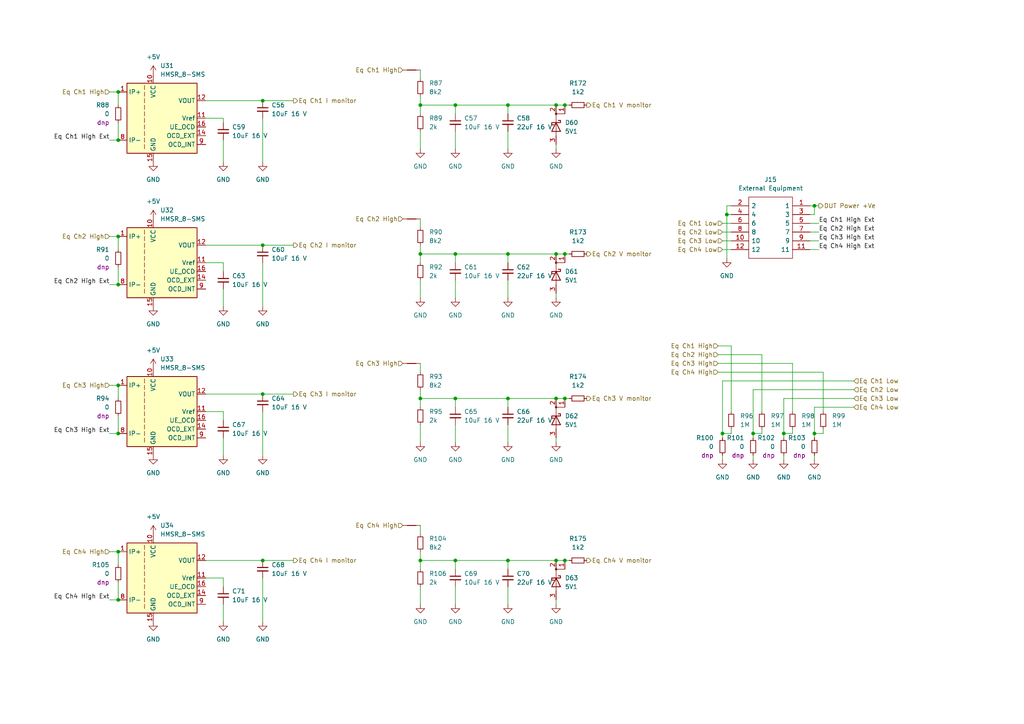
<source format=kicad_sch>
(kicad_sch (version 20211123) (generator eeschema)
  (paper "A4")
  (title_block (title "CIB PCB") (date "2022-05-27") (company "ChargePoint, Inc"))
  (junction (at 161.29 73.66))
  (junction (at 121.92 30.48))
  (junction (at 147.32 73.66))
  (junction (at 76.2 71.12))
  (junction (at 34.29 125.73))
  (junction (at 236.22 59.69))
  (junction (at 163.83 30.48))
  (junction (at 34.29 68.58))
  (junction (at 132.08 30.48))
  (junction (at 34.29 82.55))
  (junction (at 163.83 115.57))
  (junction (at 218.44 125.73))
  (junction (at 121.92 162.56))
  (junction (at 161.29 30.48))
  (junction (at 147.32 115.57))
  (junction (at 34.29 40.64))
  (junction (at 76.2 114.3))
  (junction (at 34.29 160.02))
  (junction (at 121.92 73.66))
  (junction (at 209.55 125.73))
  (junction (at 132.08 162.56))
  (junction (at 161.29 162.56))
  (junction (at 121.92 115.57))
  (junction (at 163.83 73.66))
  (junction (at 210.82 62.23))
  (junction (at 34.29 26.67))
  (junction (at 34.29 173.99))
  (junction (at 227.33 125.73))
  (junction (at 76.2 162.56))
  (junction (at 132.08 115.57))
  (junction (at 76.2 29.21))
  (junction (at 147.32 30.48))
  (junction (at 161.29 115.57))
  (junction (at 147.32 162.56))
  (junction (at 163.83 162.56))
  (junction (at 132.08 73.66))
  (junction (at 34.29 111.76))
  (junction (at 236.22 125.73))
  (wire (pts (xy 121.92 73.66) (xy 132.08 73.66)))
  (wire (pts (xy 121.92 162.56) (xy 121.92 165.1)))
  (wire (pts (xy 236.22 118.11) (xy 236.22 125.73)))
  (wire (pts (xy 229.87 124.46) (xy 229.87 125.73)))
  (wire (pts (xy 210.82 62.23) (xy 210.82 74.93)))
  (wire (pts (xy 76.2 76.2) (xy 76.2 88.9)))
  (wire (pts (xy 209.55 64.77) (xy 212.09 64.77)))
  (wire (pts (xy 147.32 170.18) (xy 147.32 175.26)))
  (wire (pts (xy 147.32 115.57) (xy 161.29 115.57)))
  (wire (pts (xy 229.87 119.38) (xy 229.87 105.41)))
  (wire (pts (xy 212.09 100.33) (xy 208.28 100.33)))
  (wire (pts (xy 64.77 40.64) (xy 64.77 46.99)))
  (wire (pts (xy 132.08 76.2) (xy 132.08 73.66)))
  (wire (pts (xy 34.29 111.76) (xy 34.29 115.57)))
  (wire (pts (xy 210.82 62.23) (xy 212.09 62.23)))
  (wire (pts (xy 234.95 72.39) (xy 237.49 72.39)))
  (wire (pts (xy 161.29 30.48) (xy 163.83 30.48)))
  (wire (pts (xy 238.76 107.95) (xy 208.28 107.95)))
  (wire (pts (xy 147.32 73.66) (xy 161.29 73.66)))
  (wire (pts (xy 132.08 118.11) (xy 132.08 115.57)))
  (wire (pts (xy 209.55 72.39) (xy 212.09 72.39)))
  (wire (pts (xy 209.55 110.49) (xy 247.65 110.49)))
  (wire (pts (xy 121.92 38.1) (xy 121.92 43.18)))
  (wire (pts (xy 34.29 77.47) (xy 34.29 82.55)))
  (wire (pts (xy 31.75 26.67) (xy 34.29 26.67)))
  (wire (pts (xy 121.92 71.12) (xy 121.92 73.66)))
  (wire (pts (xy 163.83 30.48) (xy 165.1 30.48)))
  (wire (pts (xy 76.2 71.12) (xy 85.09 71.12)))
  (wire (pts (xy 121.92 162.56) (xy 132.08 162.56)))
  (wire (pts (xy 121.92 105.41) (xy 121.92 107.95)))
  (wire (pts (xy 147.32 81.28) (xy 147.32 86.36)))
  (wire (pts (xy 31.75 125.73) (xy 34.29 125.73)))
  (wire (pts (xy 209.55 69.85) (xy 212.09 69.85)))
  (wire (pts (xy 76.2 167.64) (xy 76.2 180.34)))
  (wire (pts (xy 64.77 35.56) (xy 64.77 34.29)))
  (wire (pts (xy 227.33 132.08) (xy 227.33 133.35)))
  (wire (pts (xy 132.08 38.1) (xy 132.08 43.18)))
  (wire (pts (xy 121.92 152.4) (xy 121.92 154.94)))
  (wire (pts (xy 76.2 114.3) (xy 85.09 114.3)))
  (wire (pts (xy 59.69 71.12) (xy 76.2 71.12)))
  (wire (pts (xy 229.87 105.41) (xy 208.28 105.41)))
  (wire (pts (xy 59.69 162.56) (xy 76.2 162.56)))
  (wire (pts (xy 121.92 81.28) (xy 121.92 86.36)))
  (wire (pts (xy 31.75 111.76) (xy 34.29 111.76)))
  (wire (pts (xy 161.29 41.91) (xy 161.29 43.18)))
  (wire (pts (xy 64.77 119.38) (xy 59.69 119.38)))
  (wire (pts (xy 220.98 102.87) (xy 208.28 102.87)))
  (wire (pts (xy 234.95 64.77) (xy 237.49 64.77)))
  (wire (pts (xy 234.95 67.31) (xy 237.49 67.31)))
  (wire (pts (xy 161.29 85.09) (xy 161.29 86.36)))
  (wire (pts (xy 31.75 40.64) (xy 34.29 40.64)))
  (wire (pts (xy 209.55 125.73) (xy 209.55 127)))
  (wire (pts (xy 31.75 68.58) (xy 34.29 68.58)))
  (wire (pts (xy 132.08 73.66) (xy 147.32 73.66)))
  (wire (pts (xy 165.1 115.57) (xy 163.83 115.57)))
  (wire (pts (xy 34.29 160.02) (xy 34.29 163.83)))
  (wire (pts (xy 121.92 27.94) (xy 121.92 30.48)))
  (wire (pts (xy 218.44 113.03) (xy 218.44 125.73)))
  (wire (pts (xy 121.92 160.02) (xy 121.92 162.56)))
  (wire (pts (xy 132.08 115.57) (xy 147.32 115.57)))
  (wire (pts (xy 161.29 127) (xy 161.29 128.27)))
  (wire (pts (xy 163.83 162.56) (xy 165.1 162.56)))
  (wire (pts (xy 121.92 115.57) (xy 132.08 115.57)))
  (wire (pts (xy 236.22 118.11) (xy 247.65 118.11)))
  (wire (pts (xy 161.29 115.57) (xy 161.29 118.11)))
  (wire (pts (xy 212.09 59.69) (xy 210.82 59.69)))
  (wire (pts (xy 212.09 119.38) (xy 212.09 100.33)))
  (wire (pts (xy 64.77 121.92) (xy 64.77 119.38)))
  (wire (pts (xy 147.32 30.48) (xy 161.29 30.48)))
  (wire (pts (xy 76.2 119.38) (xy 76.2 132.08)))
  (wire (pts (xy 234.95 69.85) (xy 237.49 69.85)))
  (wire (pts (xy 220.98 124.46) (xy 220.98 125.73)))
  (wire (pts (xy 64.77 34.29) (xy 59.69 34.29)))
  (wire (pts (xy 147.32 165.1) (xy 147.32 162.56)))
  (wire (pts (xy 132.08 165.1) (xy 132.08 162.56)))
  (wire (pts (xy 147.32 76.2) (xy 147.32 73.66)))
  (wire (pts (xy 132.08 170.18) (xy 132.08 175.26)))
  (wire (pts (xy 236.22 125.73) (xy 238.76 125.73)))
  (wire (pts (xy 147.32 38.1) (xy 147.32 43.18)))
  (wire (pts (xy 212.09 124.46) (xy 212.09 125.73)))
  (wire (pts (xy 132.08 30.48) (xy 147.32 30.48)))
  (wire (pts (xy 147.32 118.11) (xy 147.32 115.57)))
  (wire (pts (xy 121.92 115.57) (xy 121.92 118.11)))
  (wire (pts (xy 218.44 132.08) (xy 218.44 133.35)))
  (wire (pts (xy 132.08 162.56) (xy 147.32 162.56)))
  (wire (pts (xy 64.77 170.18) (xy 64.77 167.64)))
  (wire (pts (xy 161.29 73.66) (xy 161.29 76.2)))
  (wire (pts (xy 64.77 167.64) (xy 59.69 167.64)))
  (wire (pts (xy 34.29 120.65) (xy 34.29 125.73)))
  (wire (pts (xy 218.44 125.73) (xy 218.44 127)))
  (wire (pts (xy 227.33 115.57) (xy 227.33 125.73)))
  (wire (pts (xy 31.75 82.55) (xy 34.29 82.55)))
  (wire (pts (xy 31.75 173.99) (xy 34.29 173.99)))
  (wire (pts (xy 34.29 35.56) (xy 34.29 40.64)))
  (wire (pts (xy 161.29 30.48) (xy 161.29 33.02)))
  (wire (pts (xy 209.55 110.49) (xy 209.55 125.73)))
  (wire (pts (xy 121.92 30.48) (xy 121.92 33.02)))
  (wire (pts (xy 59.69 29.21) (xy 76.2 29.21)))
  (wire (pts (xy 209.55 132.08) (xy 209.55 133.35)))
  (wire (pts (xy 165.1 73.66) (xy 163.83 73.66)))
  (wire (pts (xy 218.44 113.03) (xy 247.65 113.03)))
  (wire (pts (xy 147.32 123.19) (xy 147.32 128.27)))
  (wire (pts (xy 59.69 114.3) (xy 76.2 114.3)))
  (wire (pts (xy 34.29 26.67) (xy 34.29 30.48)))
  (wire (pts (xy 132.08 123.19) (xy 132.08 128.27)))
  (wire (pts (xy 236.22 59.69) (xy 237.49 59.69)))
  (wire (pts (xy 236.22 132.08) (xy 236.22 133.35)))
  (wire (pts (xy 236.22 125.73) (xy 236.22 127)))
  (wire (pts (xy 121.92 170.18) (xy 121.92 175.26)))
  (wire (pts (xy 161.29 73.66) (xy 163.83 73.66)))
  (wire (pts (xy 132.08 81.28) (xy 132.08 86.36)))
  (wire (pts (xy 76.2 162.56) (xy 85.09 162.56)))
  (wire (pts (xy 64.77 78.74) (xy 64.77 76.2)))
  (wire (pts (xy 76.2 29.21) (xy 85.09 29.21)))
  (wire (pts (xy 121.92 73.66) (xy 121.92 76.2)))
  (wire (pts (xy 210.82 59.69) (xy 210.82 62.23)))
  (wire (pts (xy 236.22 62.23) (xy 236.22 59.69)))
  (wire (pts (xy 220.98 119.38) (xy 220.98 102.87)))
  (wire (pts (xy 161.29 173.99) (xy 161.29 175.26)))
  (wire (pts (xy 132.08 33.02) (xy 132.08 30.48)))
  (wire (pts (xy 121.92 30.48) (xy 132.08 30.48)))
  (wire (pts (xy 64.77 76.2) (xy 59.69 76.2)))
  (wire (pts (xy 76.2 34.29) (xy 76.2 46.99)))
  (wire (pts (xy 212.09 125.73) (xy 209.55 125.73)))
  (wire (pts (xy 229.87 125.73) (xy 227.33 125.73)))
  (wire (pts (xy 121.92 113.03) (xy 121.92 115.57)))
  (wire (pts (xy 238.76 124.46) (xy 238.76 125.73)))
  (wire (pts (xy 121.92 63.5) (xy 121.92 66.04)))
  (wire (pts (xy 161.29 162.56) (xy 161.29 165.1)))
  (wire (pts (xy 34.29 68.58) (xy 34.29 72.39)))
  (wire (pts (xy 64.77 175.26) (xy 64.77 180.34)))
  (wire (pts (xy 121.92 20.32) (xy 121.92 22.86)))
  (wire (pts (xy 34.29 168.91) (xy 34.29 173.99)))
  (wire (pts (xy 238.76 119.38) (xy 238.76 107.95)))
  (wire (pts (xy 31.75 160.02) (xy 34.29 160.02)))
  (wire (pts (xy 121.92 123.19) (xy 121.92 128.27)))
  (wire (pts (xy 161.29 115.57) (xy 163.83 115.57)))
  (wire (pts (xy 234.95 62.23) (xy 236.22 62.23)))
  (wire (pts (xy 147.32 162.56) (xy 161.29 162.56)))
  (wire (pts (xy 147.32 33.02) (xy 147.32 30.48)))
  (wire (pts (xy 227.33 125.73) (xy 227.33 127)))
  (wire (pts (xy 234.95 59.69) (xy 236.22 59.69)))
  (wire (pts (xy 161.29 162.56) (xy 163.83 162.56)))
  (wire (pts (xy 218.44 125.73) (xy 220.98 125.73)))
  (wire (pts (xy 64.77 127) (xy 64.77 132.08)))
  (wire (pts (xy 227.33 115.57) (xy 247.65 115.57)))
  (wire (pts (xy 64.77 83.82) (xy 64.77 88.9)))
  (wire (pts (xy 209.55 67.31) (xy 212.09 67.31)))
  (label "Eq Ch1 High Ext" (at 31.75 40.64 180))
  (label "Eq Ch3 High Ext" (at 237.49 69.85 0))
  (label "Eq Ch2 High Ext" (at 31.75 82.55 180))
  (label "Eq Ch3 High Ext" (at 31.75 125.73 180))
  (label "Eq Ch4 High Ext" (at 31.75 173.99 180))
  (label "Eq Ch1 High Ext" (at 237.49 64.77 0))
  (label "Eq Ch4 High Ext" (at 237.49 72.39 0))
  (label "Eq Ch2 High Ext" (at 237.49 67.31 0))
  (hierarchical_label "Eq Ch4 High" (shape input) (at 208.28 107.95 180))
  (hierarchical_label "Eq Ch4 Low" (shape input) (at 209.55 72.39 180))
  (hierarchical_label "Eq Ch3 High" (shape input) (at 208.28 105.41 180))
  (hierarchical_label "Eq Ch3 V monitor" (shape output) (at 170.18 115.57 0))
  (hierarchical_label "Eq Ch2 High" (shape input) (at 116.84 63.5 180))
  (hierarchical_label "Eq Ch4 High" (shape input) (at 116.84 152.4 180))
  (hierarchical_label "Eq Ch1 High" (shape input) (at 208.28 100.33 180))
  (hierarchical_label "Eq Ch1 High" (shape input) (at 31.75 26.67 180))
  (hierarchical_label "Eq Ch4 High" (shape input) (at 31.75 160.02 180))
  (hierarchical_label "Eq Ch2 Low" (shape input) (at 209.55 67.31 180))
  (hierarchical_label "Eq Ch2 V monitor" (shape output) (at 170.18 73.66 0))
  (hierarchical_label "Eq Ch1 Low" (shape input) (at 247.65 110.49 0))
  (hierarchical_label "Eq Ch3 Low" (shape input) (at 209.55 69.85 180))
  (hierarchical_label "Eq Ch1 V monitor" (shape output) (at 170.18 30.48 0))
  (hierarchical_label "Eq Ch3 High" (shape input) (at 116.84 105.41 180))
  (hierarchical_label "Eq Ch1 I monitor" (shape output) (at 85.09 29.21 0))
  (hierarchical_label "Eq Ch4 I monitor" (shape output) (at 85.09 162.56 0))
  (hierarchical_label "Eq Ch3 Low" (shape input) (at 247.65 115.57 0))
  (hierarchical_label "Eq Ch4 V monitor" (shape output) (at 170.18 162.56 0))
  (hierarchical_label "Eq Ch2 High" (shape input) (at 31.75 68.58 180))
  (hierarchical_label "Eq Ch1 Low" (shape input) (at 209.55 64.77 180))
  (hierarchical_label "Eq Ch2 High" (shape input) (at 208.28 102.87 180))
  (hierarchical_label "Eq Ch3 I monitor" (shape output) (at 85.09 114.3 0))
  (hierarchical_label "Eq Ch2 I monitor" (shape output) (at 85.09 71.12 0))
  (hierarchical_label "Eq Ch1 High" (shape input) (at 116.84 20.32 180))
  (hierarchical_label "Eq Ch3 High" (shape input) (at 31.75 111.76 180))
  (hierarchical_label "DUT Power +Ve" (shape output) (at 237.49 59.69 0))
  (hierarchical_label "Eq Ch2 Low" (shape input) (at 247.65 113.03 0))
  (hierarchical_label "Eq Ch4 Low" (shape input) (at 247.65 118.11 0))
  (symbol (lib_id "Device:R_Small") (at 34.29 118.11 180) (unit 1)
    (property "Reference" "R94" (at 31.75 115.5699 0) (effects (justify left)))
    (property "Value" "0" (at 31.75 118.1099 0) (effects (justify left)))
    (property "Footprint" "Resistor_SMD:R_2010_5025Metric_Pad1.40x2.65mm_HandSolder" (effects hide))
    (property "Datasheet" "https://www.yageo.com/upload/media/product/productsearch/datasheet/rchip/PYu-RC_Group_51_RoHS_L_11.pdf" (effects hide))
    (property "Manufacturer" "Yago" (effects hide))
    (property "dnp" "dnp" (at 31.75 120.6499 0) (effects (justify left)))
    (property "DigiKey #" "13-RC1206JR-7W0RLCT-ND" (effects hide))
    (property "Manufacturer #" "RC1206JR-7W0RL" (effects hide))
    (property "Description" "0 Ohms Jumper 0.5W, 1/2W Chip Resistor 1206 (3216 Metric) Moisture Resistant Thick Film" (effects hide))
    (property "DigiKey Price/Stock" "https://www.digikey.co.uk/en/products/detail/yageo/RC1206JR-7W0RL/12698846" (effects hide))
  )
  (symbol (lib_id "Device:R_Small") (at 218.44 129.54 180) (unit 1)
    (property "Reference" "R101" (at 215.9 126.9999 0) (effects (justify left)))
    (property "Value" "0" (at 215.9 129.5399 0) (effects (justify left)))
    (property "Footprint" "Resistor_SMD:R_2010_5025Metric_Pad1.40x2.65mm_HandSolder" (effects hide))
    (property "Datasheet" "https://www.yageo.com/upload/media/product/productsearch/datasheet/rchip/PYu-RC_Group_51_RoHS_L_11.pdf" (effects hide))
    (property "Manufacturer" "Yago" (effects hide))
    (property "DigiKey #" "13-RC1206JR-7W0RLCT-ND" (effects hide))
    (property "Manufacturer #" "RC1206JR-7W0RL" (effects hide))
    (property "dnp" "dnp" (at 215.9 132.0799 0) (effects (justify left)))
    (property "Description" "0 Ohms Jumper 0.5W, 1/2W Chip Resistor 1206 (3216 Metric) Moisture Resistant Thick Film" (effects hide))
    (property "DigiKey Price/Stock" "https://www.digikey.co.uk/en/products/detail/yageo/RC1206JR-7W0RL/12698846" (effects hide))
  )
  (symbol (lib_id "Device:R_Small") (at 121.92 68.58 0) (unit 1)
    (property "Reference" "R90" (at 124.46 67.3099 0) (effects (justify left)))
    (property "Value" "8k2" (at 124.46 69.8499 0) (effects (justify left)))
    (property "Footprint" "Resistor_SMD:R_1206_3216Metric_Pad1.30x1.75mm_HandSolder" (effects hide))
    (property "Datasheet" "https://industrial.panasonic.com/ww/products/pt/general-purpose-chip-resistors/models/ERJ6GEYJ681V" (effects hide))
    (property "DigiKey #" "P8.2KACT-ND" (effects hide))
    (property "Manufacturer #" "ERJ-6GEYJ822V" (effects hide))
    (property "Manufacturer" "Panasonic Electronics Company" (effects hide))
    (property "Farnell #" "2797374" (effects hide))
  )
  (symbol (lib_id "Device:R_Small") (at 209.55 129.54 180) (unit 1)
    (property "Reference" "R100" (at 207.01 126.9999 0) (effects (justify left)))
    (property "Value" "0" (at 207.01 129.5399 0) (effects (justify left)))
    (property "Footprint" "Resistor_SMD:R_2010_5025Metric_Pad1.40x2.65mm_HandSolder" (effects hide))
    (property "Datasheet" "https://www.yageo.com/upload/media/product/productsearch/datasheet/rchip/PYu-RC_Group_51_RoHS_L_11.pdf" (effects hide))
    (property "Manufacturer" "Yago" (effects hide))
    (property "DigiKey #" "13-RC1206JR-7W0RLCT-ND" (effects hide))
    (property "Manufacturer #" "RC1206JR-7W0RL" (effects hide))
    (property "dnp" "dnp" (at 207.01 132.0799 0) (effects (justify left)))
    (property "Description" "0 Ohms Jumper 0.5W, 1/2W Chip Resistor 1206 (3216 Metric) Moisture Resistant Thick Film" (effects hide))
    (property "DigiKey Price/Stock" "https://www.digikey.co.uk/en/products/detail/yageo/RC1206JR-7W0RL/12698846" (effects hide))
  )
  (symbol (lib_id "power:GND") (at 132.08 128.27 0) (unit 1)
    (property "Reference" "#PWR0273" (effects hide))
    (property "Value" "GND" (at 132.08 133.35 0))
  )
  (symbol (lib_id "power:GND") (at 64.77 180.34 0) (unit 1)
    (property "Reference" "#PWR0289" (effects hide))
    (property "Value" "GND" (at 64.77 185.42 0))
  )
  (symbol (lib_id "Device:NetTie_2") (at 119.38 20.32 0) (unit 1)
    (property "Reference" "NT10" (effects hide))
    (property "Value" "NetTie_2" (effects hide))
    (property "Footprint" "NetTie:NetTie-2_SMD_Pad0.5mm" (effects hide))
    (property "dnp" "dnp" (effects hide))
  )
  (symbol (lib_id "Device:C_Small") (at 64.77 172.72 0) (unit 1)
    (property "Reference" "C71" (at 67.31 171.4562 0) (effects (justify left)))
    (property "Value" "10uF 16 V" (at 67.31 173.9962 0) (effects (justify left)))
    (property "Footprint" "Capacitor_SMD:C_1206_3216Metric_Pad1.33x1.80mm_HandSolder" (effects hide))
    (property "Datasheet" "https://media.digikey.com/pdf/Data%20Sheets/Samsung%20PDFs/CL31B106KOHNNNE_Spec.pdf" (effects hide))
    (property "Manufacturer #" "CL31A106KOHNNNE" (effects hide))
    (property "DigiKey #" "1276-1137-1-ND" (effects hide))
    (property "Manufacturer" "Samsung Electro-Mechanics" (effects hide))
    (property "Description" "10 µF ±10% 16V Ceramic Capacitor X5R 1206 (3216 Metric)" (effects hide))
    (property "DigiKey Price/Stock" "https://www.digikey.co.uk/en/products/detail/samsung-electro-mechanics/CL31A106KOHNNNE/3886795?s=N4IgTCBcDaIIxgOwDYC0c4GZHtQOQBEQBdAXyA" (effects hide))
    (property "Height" "2" (effects hide))
  )
  (symbol (lib_id "power:GND") (at 44.45 180.34 0) (unit 1)
    (property "Reference" "#PWR0288" (effects hide))
    (property "Value" "GND" (at 44.45 185.42 0))
  )
  (symbol (lib_id "Device:R_Small") (at 229.87 121.92 180) (unit 1)
    (property "Reference" "R98" (at 232.41 120.6499 0) (effects (justify right)))
    (property "Value" "1M" (at 232.41 123.1899 0) (effects (justify right)))
    (property "Footprint" "Resistor_SMD:R_2010_5025Metric_Pad1.40x2.65mm_HandSolder" (effects hide))
    (property "Datasheet" "https://4donline.ihs.com/images/VipMasterIC/IC/TYEL/TYEL-S-A0005460475/TYEL-S-A0005460475-1.pdf?hkey=52A5661711E402568146F3353EA87419" (effects hide))
    (property "Farnell #" "2861314" (effects hide))
    (property "Manufacturer" "TE Connectivity" (effects hide))
    (property "Manufacturer #" "CRGP2010F1M0" (effects hide))
  )
  (symbol (lib_id "power:+5V") (at 44.45 63.5 0) (unit 1)
    (property "Reference" "#PWR0262" (effects hide))
    (property "Value" "+5V" (at 44.45 58.42 0))
  )
  (symbol (lib_id "power:GND") (at 161.29 86.36 0) (unit 1)
    (property "Reference" "#PWR0267" (effects hide))
    (property "Value" "GND" (at 161.29 91.44 0))
  )
  (symbol (lib_id "Device:C_Small") (at 132.08 167.64 0) (unit 1)
    (property "Reference" "C69" (at 134.62 166.3762 0) (effects (justify left)))
    (property "Value" "10uF 16 V" (at 134.62 168.9162 0) (effects (justify left)))
    (property "Footprint" "Capacitor_SMD:C_1206_3216Metric_Pad1.33x1.80mm_HandSolder" (effects hide))
    (property "Datasheet" "https://media.digikey.com/pdf/Data%20Sheets/Samsung%20PDFs/CL31B106KOHNNNE_Spec.pdf" (effects hide))
    (property "Manufacturer #" "CL31A106KOHNNNE" (effects hide))
    (property "DigiKey #" "1276-1137-1-ND" (effects hide))
    (property "Manufacturer" "Samsung Electro-Mechanics" (effects hide))
    (property "Description" "10 µF ±10% 16V Ceramic Capacitor X5R 1206 (3216 Metric)" (effects hide))
    (property "DigiKey Price/Stock" "https://www.digikey.co.uk/en/products/detail/samsung-electro-mechanics/CL31A106KOHNNNE/3886795?s=N4IgTCBcDaIIxgOwDYC0c4GZHtQOQBEQBdAXyA" (effects hide))
    (property "Height" "2" (effects hide))
  )
  (symbol (lib_id "Device:NetTie_2") (at 119.38 152.4 0) (unit 1)
    (property "Reference" "NT13" (effects hide))
    (property "Value" "NetTie_2" (effects hide))
    (property "Footprint" "NetTie:NetTie-2_SMD_Pad0.5mm" (effects hide))
    (property "dnp" "dnp" (effects hide))
  )
  (symbol (lib_id "power:GND") (at 76.2 180.34 0) (unit 1)
    (property "Reference" "#PWR0290" (effects hide))
    (property "Value" "GND" (at 76.2 185.42 0))
  )
  (symbol (lib_id "Device:NetTie_2") (at 119.38 63.5 0) (unit 1)
    (property "Reference" "NT11" (effects hide))
    (property "Value" "NetTie_2" (effects hide))
    (property "Footprint" "NetTie:NetTie-2_SMD_Pad0.5mm" (effects hide))
    (property "dnp" "dnp" (effects hide))
  )
  (symbol (lib_id "Device:R_Small") (at 121.92 35.56 0) (unit 1)
    (property "Reference" "R89" (at 124.46 34.2899 0) (effects (justify left)))
    (property "Value" "2k" (at 124.46 36.8299 0) (effects (justify left)))
    (property "Footprint" "Resistor_SMD:R_1206_3216Metric_Pad1.30x1.75mm_HandSolder" (effects hide))
    (property "Datasheet" "https://industrial.panasonic.com/ww/products/pt/general-purpose-chip-resistors/models/ERJ6GEYJ681V" (effects hide))
    (property "DigiKey #" "P2.0KACT-ND" (effects hide))
    (property "Manufacturer #" "ERJ-6GEYJ202V" (effects hide))
    (property "Manufacturer" "Panasonic Electronics Company" (effects hide))
    (property "Farnell #" "2057707" (effects hide))
  )
  (symbol (lib_id "power:GND") (at 161.29 43.18 0) (unit 1)
    (property "Reference" "#PWR0258" (effects hide))
    (property "Value" "GND" (at 161.29 48.26 0))
  )
  (symbol (lib_id "Device:C_Small") (at 76.2 31.75 0) (unit 1)
    (property "Reference" "C56" (at 78.74 30.4862 0) (effects (justify left)))
    (property "Value" "10uF 16 V" (at 78.74 33.0262 0) (effects (justify left)))
    (property "Footprint" "Capacitor_SMD:C_1206_3216Metric_Pad1.33x1.80mm_HandSolder" (effects hide))
    (property "Datasheet" "https://media.digikey.com/pdf/Data%20Sheets/Samsung%20PDFs/CL31B106KOHNNNE_Spec.pdf" (effects hide))
    (property "Manufacturer #" "CL31A106KOHNNNE" (effects hide))
    (property "DigiKey #" "1276-1137-1-ND" (effects hide))
    (property "Manufacturer" "Samsung Electro-Mechanics" (effects hide))
    (property "Description" "10 µF ±10% 16V Ceramic Capacitor X5R 1206 (3216 Metric)" (effects hide))
    (property "DigiKey Price/Stock" "https://www.digikey.co.uk/en/products/detail/samsung-electro-mechanics/CL31A106KOHNNNE/3886795?s=N4IgTCBcDaIIxgOwDYC0c4GZHtQOQBEQBdAXyA" (effects hide))
    (property "Height" "2" (effects hide))
  )
  (symbol (lib_id "Device:D_Schottky_KKA") (at 161.29 168.91 270) (unit 1)
    (property "Reference" "D63" (at 163.83 167.6399 90) (effects (justify left)))
    (property "Value" "5V1" (at 163.83 170.1799 90) (effects (justify left)))
    (property "Footprint" "Package_TO_SOT_SMD:SOT-23_Handsoldering" (effects hide))
    (property "Datasheet" "https://www.onsemi.com/pdf/datasheet/bzx84c2v4lt1-d.pdf" (effects hide))
    (property "DigiKey #" "BZX84C5V1LT3GOSCT-ND" (effects hide))
    (property "Manufacturer" "Onsemi" (effects hide))
    (property "Manufacturer #" "BZX84C5V1LT3G" (effects hide))
    (property "Description" "Zener Diode 5.1 V 225 mW ±6% Surface Mount SOT-23-3 (TO-236)" (effects hide))
    (property "DigiKey Price/Stock" "https://www.digikey.co.uk/en/products/detail/onsemi/BZX84C5V1LT3G/1476354?s=N4IgTCBcDaIEIC0AaAOALAYQKwDUCMAMgCoDMA4gPIDKGRAtAHIAiIAugL5A" (effects hide))
    (property "Height" "2" (effects hide))
  )
  (symbol (lib_id "Device:C_Small") (at 64.77 38.1 0) (unit 1)
    (property "Reference" "C59" (at 67.31 36.8362 0) (effects (justify left)))
    (property "Value" "10uF 16 V" (at 67.31 39.3762 0) (effects (justify left)))
    (property "Footprint" "Capacitor_SMD:C_1206_3216Metric_Pad1.33x1.80mm_HandSolder" (effects hide))
    (property "Datasheet" "https://media.digikey.com/pdf/Data%20Sheets/Samsung%20PDFs/CL31B106KOHNNNE_Spec.pdf" (effects hide))
    (property "Manufacturer #" "CL31A106KOHNNNE" (effects hide))
    (property "DigiKey #" "1276-1137-1-ND" (effects hide))
    (property "Manufacturer" "Samsung Electro-Mechanics" (effects hide))
    (property "Description" "10 µF ±10% 16V Ceramic Capacitor X5R 1206 (3216 Metric)" (effects hide))
    (property "DigiKey Price/Stock" "https://www.digikey.co.uk/en/products/detail/samsung-electro-mechanics/CL31A106KOHNNNE/3886795?s=N4IgTCBcDaIIxgOwDYC0c4GZHtQOQBEQBdAXyA" (effects hide))
    (property "Height" "2" (effects hide))
  )
  (symbol (lib_id "power:+5V") (at 44.45 106.68 0) (unit 1)
    (property "Reference" "#PWR0271" (effects hide))
    (property "Value" "+5V" (at 44.45 101.6 0))
  )
  (symbol (lib_id "Device:R_Small") (at 121.92 167.64 0) (unit 1)
    (property "Reference" "R106" (at 124.46 166.3699 0) (effects (justify left)))
    (property "Value" "2k" (at 124.46 168.9099 0) (effects (justify left)))
    (property "Footprint" "Resistor_SMD:R_1206_3216Metric_Pad1.30x1.75mm_HandSolder" (effects hide))
    (property "Datasheet" "https://industrial.panasonic.com/ww/products/pt/general-purpose-chip-resistors/models/ERJ6GEYJ681V" (effects hide))
    (property "DigiKey #" "P2.0KACT-ND" (effects hide))
    (property "Manufacturer #" "ERJ-6GEYJ202V" (effects hide))
    (property "Manufacturer" "Panasonic Electronics Company" (effects hide))
    (property "Farnell #" "2057707" (effects hide))
  )
  (symbol (lib_id "power:GND") (at 147.32 86.36 0) (unit 1)
    (property "Reference" "#PWR0266" (effects hide))
    (property "Value" "GND" (at 147.32 91.44 0))
  )
  (symbol (lib_id "Device:R_Small") (at 121.92 78.74 0) (unit 1)
    (property "Reference" "R92" (at 124.46 77.4699 0) (effects (justify left)))
    (property "Value" "2k" (at 124.46 80.0099 0) (effects (justify left)))
    (property "Footprint" "Resistor_SMD:R_1206_3216Metric_Pad1.30x1.75mm_HandSolder" (effects hide))
    (property "Datasheet" "https://industrial.panasonic.com/ww/products/pt/general-purpose-chip-resistors/models/ERJ6GEYJ681V" (effects hide))
    (property "DigiKey #" "P2.0KACT-ND" (effects hide))
    (property "Manufacturer #" "ERJ-6GEYJ202V" (effects hide))
    (property "Manufacturer" "Panasonic Electronics Company" (effects hide))
    (property "Farnell #" "2057707" (effects hide))
  )
  (symbol (lib_id "Device:C_Small") (at 64.77 81.28 0) (unit 1)
    (property "Reference" "C63" (at 67.31 80.0162 0) (effects (justify left)))
    (property "Value" "10uF 16 V" (at 67.31 82.5562 0) (effects (justify left)))
    (property "Footprint" "Capacitor_SMD:C_1206_3216Metric_Pad1.33x1.80mm_HandSolder" (effects hide))
    (property "Datasheet" "https://media.digikey.com/pdf/Data%20Sheets/Samsung%20PDFs/CL31B106KOHNNNE_Spec.pdf" (effects hide))
    (property "Manufacturer #" "CL31A106KOHNNNE" (effects hide))
    (property "DigiKey #" "1276-1137-1-ND" (effects hide))
    (property "Manufacturer" "Samsung Electro-Mechanics" (effects hide))
    (property "Description" "10 µF ±10% 16V Ceramic Capacitor X5R 1206 (3216 Metric)" (effects hide))
    (property "DigiKey Price/Stock" "https://www.digikey.co.uk/en/products/detail/samsung-electro-mechanics/CL31A106KOHNNNE/3886795?s=N4IgTCBcDaIIxgOwDYC0c4GZHtQOQBEQBdAXyA" (effects hide))
    (property "Height" "2" (effects hide))
  )
  (symbol (lib_id "Device:R_Small") (at 34.29 33.02 180) (unit 1)
    (property "Reference" "R88" (at 31.75 30.4799 0) (effects (justify left)))
    (property "Value" "0" (at 31.75 33.0199 0) (effects (justify left)))
    (property "Footprint" "Resistor_SMD:R_2010_5025Metric_Pad1.40x2.65mm_HandSolder" (effects hide))
    (property "Datasheet" "https://www.yageo.com/upload/media/product/productsearch/datasheet/rchip/PYu-RC_Group_51_RoHS_L_11.pdf" (effects hide))
    (property "Manufacturer" "Yago" (effects hide))
    (property "dnp" "dnp" (at 31.75 35.5599 0) (effects (justify left)))
    (property "DigiKey #" "13-RC1206JR-7W0RLCT-ND" (effects hide))
    (property "Manufacturer #" "RC1206JR-7W0RL" (effects hide))
    (property "Description" "0 Ohms Jumper 0.5W, 1/2W Chip Resistor 1206 (3216 Metric) Moisture Resistant Thick Film" (effects hide))
    (property "DigiKey Price/Stock" "https://www.digikey.co.uk/en/products/detail/yageo/RC1206JR-7W0RL/12698846" (effects hide))
  )
  (symbol (lib_id "Component Search Engine:Pluggable Terminal Blocks SDC 2,5{slash}12-PV-5,0 0-ZB") (at 212.09 59.69 0) (unit 1)
    (property "Reference" "J15" (at 223.52 52.07 0))
    (property "Value" "External Equipment" (at 223.52 54.61 0))
    (property "Footprint" "Component Search Engine:Pluggable Terminal Blocks SDC 2.5mm pitch 12 Pin" (effects hide))
    (property "Datasheet" "https://www.phoenixcontact.com/online/portal/us/?uri=pxc-oc-itemdetail:pid=1864134&library=usen&pcck=P-11-02-11&tab=1&selectedCategory=ALL" (effects hide))
    (property "Description" "PCB direct plug, nominal cross section: 2.5 mm, color: green, nominal current: 12 A, rated voltage (III/2): 320 V, contact surface: Tin, Number of potentials: 12, Number of rows: 1, Number of positions per row: 12, number of connections: 12, product range: SDC 2,5/..-PV, pitch: 5 mm, connection method: Push-in spring connection, mounting: SKEDD - Direct plug-in technology, conductor/PCB connection direction: 90 ?, pin layout: Zigzag pinning W, solder pin [P]: 4.7 mm, Stecksystem: SKEDD, Locking: Snap-in lo" (effects hide))
    (property "Height" "16" (effects hide))
    (property "Mouser Price/Stock" "https://www.mouser.co.uk/ProductDetail/Phoenix-Contact/1864134?qs=k%252BwXAfPrzCmVYT8Zg0WKYg%3D%3D" (effects hide))
    (property "Arrow Part Number" "1864134" (effects hide))
    (property "Arrow Price/Stock" "https://www.arrow.com/en/products/1864134/phoenix-contact" (effects hide))
    (property "Manufacturer" "Phoenix Contact" (effects hide))
    (property "Manufacturer #" "1864134" (effects hide))
    (property "Mouser #" "651-1864134" (effects hide))
  )
  (symbol (lib_id "power:GND") (at 121.92 86.36 0) (unit 1)
    (property "Reference" "#PWR0264" (effects hide))
    (property "Value" "GND" (at 121.92 91.44 0))
  )
  (symbol (lib_id "Device:R_Small") (at 167.64 30.48 90) (unit 1)
    (property "Reference" "R172" (at 167.64 24.13 90))
    (property "Value" "1k2" (at 167.64 26.67 90))
    (property "Footprint" "Resistor_SMD:R_1206_3216Metric_Pad1.30x1.75mm_HandSolder" (effects hide))
    (property "Datasheet" "https://industrial.panasonic.com/ww/products/pt/general-purpose-chip-resistors/models/ERJ6GEYJ681V" (effects hide))
    (property "DigiKey #" "P2.0KACT-ND" (effects hide))
    (property "Manufacturer #" "ERJ-6GEYJ202V" (effects hide))
    (property "Manufacturer" "Panasonic Electronics Company" (effects hide))
    (property "Farnell #" "2057707" (effects hide))
  )
  (symbol (lib_id "power:GND") (at 44.45 46.99 0) (unit 1)
    (property "Reference" "#PWR0259" (effects hide))
    (property "Value" "GND" (at 44.45 52.07 0))
  )
  (symbol (lib_id "Device:C_Small") (at 132.08 35.56 0) (unit 1)
    (property "Reference" "C57" (at 134.62 34.2962 0) (effects (justify left)))
    (property "Value" "10uF 16 V" (at 134.62 36.8362 0) (effects (justify left)))
    (property "Footprint" "Capacitor_SMD:C_1206_3216Metric_Pad1.33x1.80mm_HandSolder" (effects hide))
    (property "Datasheet" "https://media.digikey.com/pdf/Data%20Sheets/Samsung%20PDFs/CL31B106KOHNNNE_Spec.pdf" (effects hide))
    (property "Manufacturer #" "CL31A106KOHNNNE" (effects hide))
    (property "DigiKey #" "1276-1137-1-ND" (effects hide))
    (property "Manufacturer" "Samsung Electro-Mechanics" (effects hide))
    (property "Description" "10 µF ±10% 16V Ceramic Capacitor X5R 1206 (3216 Metric)" (effects hide))
    (property "DigiKey Price/Stock" "https://www.digikey.co.uk/en/products/detail/samsung-electro-mechanics/CL31A106KOHNNNE/3886795?s=N4IgTCBcDaIIxgOwDYC0c4GZHtQOQBEQBdAXyA" (effects hide))
    (property "Height" "2" (effects hide))
  )
  (symbol (lib_id "Device:R_Small") (at 121.92 110.49 0) (unit 1)
    (property "Reference" "R93" (at 124.46 109.2199 0) (effects (justify left)))
    (property "Value" "8k2" (at 124.46 111.7599 0) (effects (justify left)))
    (property "Footprint" "Resistor_SMD:R_1206_3216Metric_Pad1.30x1.75mm_HandSolder" (effects hide))
    (property "Datasheet" "https://industrial.panasonic.com/ww/products/pt/general-purpose-chip-resistors/models/ERJ6GEYJ681V" (effects hide))
    (property "DigiKey #" "P8.2KACT-ND" (effects hide))
    (property "Manufacturer #" "ERJ-6GEYJ822V" (effects hide))
    (property "Manufacturer" "Panasonic Electronics Company" (effects hide))
    (property "Farnell #" "2797374" (effects hide))
  )
  (symbol (lib_id "Device:R_Small") (at 121.92 120.65 0) (unit 1)
    (property "Reference" "R95" (at 124.46 119.3799 0) (effects (justify left)))
    (property "Value" "2k" (at 124.46 121.9199 0) (effects (justify left)))
    (property "Footprint" "Resistor_SMD:R_1206_3216Metric_Pad1.30x1.75mm_HandSolder" (effects hide))
    (property "Datasheet" "https://industrial.panasonic.com/ww/products/pt/general-purpose-chip-resistors/models/ERJ6GEYJ681V" (effects hide))
    (property "DigiKey #" "P2.0KACT-ND" (effects hide))
    (property "Manufacturer #" "ERJ-6GEYJ202V" (effects hide))
    (property "Manufacturer" "Panasonic Electronics Company" (effects hide))
    (property "Farnell #" "2057707" (effects hide))
  )
  (symbol (lib_id "Device:NetTie_2") (at 119.38 105.41 0) (unit 1)
    (property "Reference" "NT12" (effects hide))
    (property "Value" "NetTie_2" (effects hide))
    (property "Footprint" "NetTie:NetTie-2_SMD_Pad0.5mm" (effects hide))
    (property "dnp" "dnp" (effects hide))
  )
  (symbol (lib_id "Device:C_Small") (at 147.32 35.56 0) (unit 1)
    (property "Reference" "C58" (at 149.86 34.2962 0) (effects (justify left)))
    (property "Value" "22uF 16 V" (at 149.86 36.8362 0) (effects (justify left)))
    (property "Footprint" "Capacitor_SMD:C_1206_3216Metric_Pad1.33x1.80mm_HandSolder" (effects hide))
    (property "Datasheet" "https://media.digikey.com/pdf/Data%20Sheets/Samsung%20PDFs/CL31B106KOHNNNE_Spec.pdf" (effects hide))
    (property "Manufacturer #" "CL31A226KOHNNNE" (effects hide))
    (property "DigiKey #" "1276-3048-1-ND" (effects hide))
    (property "Manufacturer" "Samsung Electro-Mechanics" (effects hide))
    (property "Description" "22 µF ±20% 16V Ceramic Capacitor X5R 1206 (3216 Metric)" (effects hide))
    (property "DigiKey Price/Stock" "https://www.digikey.co.uk/en/products/detail/samsung-electro-mechanics/CL31A226KOHNNNE/3888706" (effects hide))
    (property "Height" "2" (effects hide))
  )
  (symbol (lib_id "Device:D_Schottky_KKA") (at 161.29 80.01 270) (unit 1)
    (property "Reference" "D61" (at 163.83 78.7399 90) (effects (justify left)))
    (property "Value" "5V1" (at 163.83 81.2799 90) (effects (justify left)))
    (property "Footprint" "Package_TO_SOT_SMD:SOT-23_Handsoldering" (effects hide))
    (property "Datasheet" "https://www.onsemi.com/pdf/datasheet/bzx84c2v4lt1-d.pdf" (effects hide))
    (property "DigiKey #" "BZX84C5V1LT3GOSCT-ND" (effects hide))
    (property "Manufacturer" "Onsemi" (effects hide))
    (property "Manufacturer #" "BZX84C5V1LT3G" (effects hide))
    (property "Description" "Zener Diode 5.1 V 225 mW ±6% Surface Mount SOT-23-3 (TO-236)" (effects hide))
    (property "DigiKey Price/Stock" "https://www.digikey.co.uk/en/products/detail/onsemi/BZX84C5V1LT3G/1476354?s=N4IgTCBcDaIEIC0AaAOALAYQKwDUCMAMgCoDMA4gPIDKGRAtAHIAiIAugL5A" (effects hide))
    (property "Height" "2" (effects hide))
  )
  (symbol (lib_id "Device:R_Small") (at 238.76 121.92 180) (unit 1)
    (property "Reference" "R99" (at 241.3 120.6499 0) (effects (justify right)))
    (property "Value" "1M" (at 241.3 123.1899 0) (effects (justify right)))
    (property "Footprint" "Resistor_SMD:R_2010_5025Metric_Pad1.40x2.65mm_HandSolder" (effects hide))
    (property "Datasheet" "https://4donline.ihs.com/images/VipMasterIC/IC/TYEL/TYEL-S-A0005460475/TYEL-S-A0005460475-1.pdf?hkey=52A5661711E402568146F3353EA87419" (effects hide))
    (property "Farnell #" "2861314" (effects hide))
    (property "Manufacturer" "TE Connectivity" (effects hide))
    (property "Manufacturer #" "CRGP2010F1M0" (effects hide))
  )
  (symbol (lib_id "_Custom:HMSR_8-SMS") (at 78.74 34.29 0) (unit 1)
    (property "Reference" "U32" (at 46.4694 60.96 0) (effects (justify left)))
    (property "Value" "HMSR_8-SMS" (at 46.4694 63.5 0) (effects (justify left)))
    (property "Footprint" "Component Search Engine:HMSR6SMS" (effects hide))
    (property "Datasheet" "https://www.lem.com/sites/default/files/products_datasheets/hmsr-series.pdf" (effects hide))
    (property "Manufacturer" "LEM USA Inc" (effects hide))
    (property "Height" "5" (effects hide))
  )
  (symbol (lib_id "power:GND") (at 64.77 132.08 0) (unit 1)
    (property "Reference" "#PWR0277" (effects hide))
    (property "Value" "GND" (at 64.77 137.16 0))
  )
  (symbol (lib_id "Device:R_Small") (at 34.29 166.37 180) (unit 1)
    (property "Reference" "R105" (at 31.75 163.8299 0) (effects (justify left)))
    (property "Value" "0" (at 31.75 166.3699 0) (effects (justify left)))
    (property "Footprint" "Resistor_SMD:R_2010_5025Metric_Pad1.40x2.65mm_HandSolder" (effects hide))
    (property "Datasheet" "https://www.yageo.com/upload/media/product/productsearch/datasheet/rchip/PYu-RC_Group_51_RoHS_L_11.pdf" (effects hide))
    (property "Manufacturer" "Yago" (effects hide))
    (property "dnp" "dnp" (at 31.75 168.9099 0) (effects (justify left)))
    (property "DigiKey #" "13-RC1206JR-7W0RLCT-ND" (effects hide))
    (property "Manufacturer #" "RC1206JR-7W0RL" (effects hide))
    (property "Description" "0 Ohms Jumper 0.5W, 1/2W Chip Resistor 1206 (3216 Metric) Moisture Resistant Thick Film" (effects hide))
    (property "DigiKey Price/Stock" "https://www.digikey.co.uk/en/products/detail/yageo/RC1206JR-7W0RL/12698846" (effects hide))
  )
  (symbol (lib_id "Device:C_Small") (at 76.2 73.66 0) (unit 1)
    (property "Reference" "C60" (at 78.74 72.3962 0) (effects (justify left)))
    (property "Value" "10uF 16 V" (at 78.74 74.9362 0) (effects (justify left)))
    (property "Footprint" "Capacitor_SMD:C_1206_3216Metric_Pad1.33x1.80mm_HandSolder" (effects hide))
    (property "Datasheet" "https://media.digikey.com/pdf/Data%20Sheets/Samsung%20PDFs/CL31B106KOHNNNE_Spec.pdf" (effects hide))
    (property "Manufacturer #" "CL31A106KOHNNNE" (effects hide))
    (property "DigiKey #" "1276-1137-1-ND" (effects hide))
    (property "Manufacturer" "Samsung Electro-Mechanics" (effects hide))
    (property "Description" "10 µF ±10% 16V Ceramic Capacitor X5R 1206 (3216 Metric)" (effects hide))
    (property "DigiKey Price/Stock" "https://www.digikey.co.uk/en/products/detail/samsung-electro-mechanics/CL31A106KOHNNNE/3886795?s=N4IgTCBcDaIIxgOwDYC0c4GZHtQOQBEQBdAXyA" (effects hide))
    (property "Height" "2" (effects hide))
  )
  (symbol (lib_id "Device:C_Small") (at 132.08 78.74 0) (unit 1)
    (property "Reference" "C61" (at 134.62 77.4762 0) (effects (justify left)))
    (property "Value" "10uF 16 V" (at 134.62 80.0162 0) (effects (justify left)))
    (property "Footprint" "Capacitor_SMD:C_1206_3216Metric_Pad1.33x1.80mm_HandSolder" (effects hide))
    (property "Datasheet" "https://media.digikey.com/pdf/Data%20Sheets/Samsung%20PDFs/CL31B106KOHNNNE_Spec.pdf" (effects hide))
    (property "Manufacturer #" "CL31A106KOHNNNE" (effects hide))
    (property "DigiKey #" "1276-1137-1-ND" (effects hide))
    (property "Manufacturer" "Samsung Electro-Mechanics" (effects hide))
    (property "Description" "10 µF ±10% 16V Ceramic Capacitor X5R 1206 (3216 Metric)" (effects hide))
    (property "DigiKey Price/Stock" "https://www.digikey.co.uk/en/products/detail/samsung-electro-mechanics/CL31A106KOHNNNE/3886795?s=N4IgTCBcDaIIxgOwDYC0c4GZHtQOQBEQBdAXyA" (effects hide))
    (property "Height" "2" (effects hide))
  )
  (symbol (lib_id "power:GND") (at 218.44 133.35 0) (unit 1)
    (property "Reference" "#PWR0280" (effects hide))
    (property "Value" "GND" (at 218.44 138.43 0))
  )
  (symbol (lib_id "Device:R_Small") (at 167.64 73.66 90) (unit 1)
    (property "Reference" "R173" (at 167.64 67.31 90))
    (property "Value" "1k2" (at 167.64 69.85 90))
    (property "Footprint" "Resistor_SMD:R_1206_3216Metric_Pad1.30x1.75mm_HandSolder" (effects hide))
    (property "Datasheet" "https://industrial.panasonic.com/ww/products/pt/general-purpose-chip-resistors/models/ERJ6GEYJ681V" (effects hide))
    (property "DigiKey #" "P2.0KACT-ND" (effects hide))
    (property "Manufacturer #" "ERJ-6GEYJ202V" (effects hide))
    (property "Manufacturer" "Panasonic Electronics Company" (effects hide))
    (property "Farnell #" "2057707" (effects hide))
  )
  (symbol (lib_id "power:GND") (at 76.2 132.08 0) (unit 1)
    (property "Reference" "#PWR0278" (effects hide))
    (property "Value" "GND" (at 76.2 137.16 0))
  )
  (symbol (lib_id "power:GND") (at 161.29 128.27 0) (unit 1)
    (property "Reference" "#PWR0275" (effects hide))
    (property "Value" "GND" (at 161.29 133.35 0))
  )
  (symbol (lib_id "power:GND") (at 44.45 88.9 0) (unit 1)
    (property "Reference" "#PWR0268" (effects hide))
    (property "Value" "GND" (at 44.45 93.98 0))
  )
  (symbol (lib_id "Device:R_Small") (at 227.33 129.54 180) (unit 1)
    (property "Reference" "R102" (at 224.79 126.9999 0) (effects (justify left)))
    (property "Value" "0" (at 224.79 129.5399 0) (effects (justify left)))
    (property "Footprint" "Resistor_SMD:R_2010_5025Metric_Pad1.40x2.65mm_HandSolder" (effects hide))
    (property "Datasheet" "https://www.yageo.com/upload/media/product/productsearch/datasheet/rchip/PYu-RC_Group_51_RoHS_L_11.pdf" (effects hide))
    (property "Manufacturer" "Yago" (effects hide))
    (property "DigiKey #" "13-RC1206JR-7W0RLCT-ND" (effects hide))
    (property "Manufacturer #" "RC1206JR-7W0RL" (effects hide))
    (property "dnp" "dnp" (at 224.79 132.0799 0) (effects (justify left)))
    (property "Description" "0 Ohms Jumper 0.5W, 1/2W Chip Resistor 1206 (3216 Metric) Moisture Resistant Thick Film" (effects hide))
    (property "DigiKey Price/Stock" "https://www.digikey.co.uk/en/products/detail/yageo/RC1206JR-7W0RL/12698846" (effects hide))
  )
  (symbol (lib_id "power:GND") (at 44.45 132.08 0) (unit 1)
    (property "Reference" "#PWR0276" (effects hide))
    (property "Value" "GND" (at 44.45 137.16 0))
  )
  (symbol (lib_id "power:GND") (at 132.08 43.18 0) (unit 1)
    (property "Reference" "#PWR0256" (effects hide))
    (property "Value" "GND" (at 132.08 48.26 0))
  )
  (symbol (lib_id "power:+5V") (at 44.45 154.94 0) (unit 1)
    (property "Reference" "#PWR0283" (effects hide))
    (property "Value" "+5V" (at 44.45 149.86 0))
  )
  (symbol (lib_id "power:GND") (at 76.2 88.9 0) (unit 1)
    (property "Reference" "#PWR0270" (effects hide))
    (property "Value" "GND" (at 76.2 93.98 0))
  )
  (symbol (lib_id "power:GND") (at 64.77 46.99 0) (unit 1)
    (property "Reference" "#PWR0260" (effects hide))
    (property "Value" "GND" (at 64.77 52.07 0))
  )
  (symbol (lib_id "power:GND") (at 147.32 43.18 0) (unit 1)
    (property "Reference" "#PWR0257" (effects hide))
    (property "Value" "GND" (at 147.32 48.26 0))
  )
  (symbol (lib_id "power:GND") (at 209.55 133.35 0) (unit 1)
    (property "Reference" "#PWR0279" (effects hide))
    (property "Value" "GND" (at 209.55 138.43 0))
  )
  (symbol (lib_id "power:GND") (at 227.33 133.35 0) (unit 1)
    (property "Reference" "#PWR0281" (effects hide))
    (property "Value" "GND" (at 227.33 138.43 0))
  )
  (symbol (lib_id "power:+5V") (at 44.45 21.59 0) (unit 1)
    (property "Reference" "#PWR0254" (effects hide))
    (property "Value" "+5V" (at 44.45 16.51 0))
  )
  (symbol (lib_id "Device:R_Small") (at 121.92 157.48 0) (unit 1)
    (property "Reference" "R104" (at 124.46 156.2099 0) (effects (justify left)))
    (property "Value" "8k2" (at 124.46 158.7499 0) (effects (justify left)))
    (property "Footprint" "Resistor_SMD:R_1206_3216Metric_Pad1.30x1.75mm_HandSolder" (effects hide))
    (property "Datasheet" "https://industrial.panasonic.com/ww/products/pt/general-purpose-chip-resistors/models/ERJ6GEYJ681V" (effects hide))
    (property "DigiKey #" "P8.2KACT-ND" (effects hide))
    (property "Manufacturer #" "ERJ-6GEYJ822V" (effects hide))
    (property "Manufacturer" "Panasonic Electronics Company" (effects hide))
    (property "Farnell #" "2797374" (effects hide))
  )
  (symbol (lib_id "power:GND") (at 132.08 86.36 0) (unit 1)
    (property "Reference" "#PWR0265" (effects hide))
    (property "Value" "GND" (at 132.08 91.44 0))
  )
  (symbol (lib_id "power:GND") (at 147.32 128.27 0) (unit 1)
    (property "Reference" "#PWR0274" (effects hide))
    (property "Value" "GND" (at 147.32 133.35 0))
  )
  (symbol (lib_id "Device:C_Small") (at 147.32 120.65 0) (unit 1)
    (property "Reference" "C66" (at 149.86 119.3862 0) (effects (justify left)))
    (property "Value" "22uF 16 V" (at 149.86 121.9262 0) (effects (justify left)))
    (property "Footprint" "Capacitor_SMD:C_1206_3216Metric_Pad1.33x1.80mm_HandSolder" (effects hide))
    (property "Datasheet" "https://media.digikey.com/pdf/Data%20Sheets/Samsung%20PDFs/CL31B106KOHNNNE_Spec.pdf" (effects hide))
    (property "Manufacturer #" "CL31A226KOHNNNE" (effects hide))
    (property "DigiKey #" "1276-3048-1-ND" (effects hide))
    (property "Manufacturer" "Samsung Electro-Mechanics" (effects hide))
    (property "Description" "22 µF ±20% 16V Ceramic Capacitor X5R 1206 (3216 Metric)" (effects hide))
    (property "DigiKey Price/Stock" "https://www.digikey.co.uk/en/products/detail/samsung-electro-mechanics/CL31A226KOHNNNE/3888706" (effects hide))
    (property "Height" "2" (effects hide))
  )
  (symbol (lib_id "Device:C_Small") (at 147.32 167.64 0) (unit 1)
    (property "Reference" "C70" (at 149.86 166.3762 0) (effects (justify left)))
    (property "Value" "22uF 16 V" (at 149.86 168.9162 0) (effects (justify left)))
    (property "Footprint" "Capacitor_SMD:C_1206_3216Metric_Pad1.33x1.80mm_HandSolder" (effects hide))
    (property "Datasheet" "https://media.digikey.com/pdf/Data%20Sheets/Samsung%20PDFs/CL31B106KOHNNNE_Spec.pdf" (effects hide))
    (property "Manufacturer #" "CL31A226KOHNNNE" (effects hide))
    (property "DigiKey #" "1276-3048-1-ND" (effects hide))
    (property "Manufacturer" "Samsung Electro-Mechanics" (effects hide))
    (property "Description" "22 µF ±20% 16V Ceramic Capacitor X5R 1206 (3216 Metric)" (effects hide))
    (property "DigiKey Price/Stock" "https://www.digikey.co.uk/en/products/detail/samsung-electro-mechanics/CL31A226KOHNNNE/3888706" (effects hide))
    (property "Height" "2" (effects hide))
  )
  (symbol (lib_id "Device:C_Small") (at 64.77 124.46 0) (unit 1)
    (property "Reference" "C67" (at 67.31 123.1962 0) (effects (justify left)))
    (property "Value" "10uF 16 V" (at 67.31 125.7362 0) (effects (justify left)))
    (property "Footprint" "Capacitor_SMD:C_1206_3216Metric_Pad1.33x1.80mm_HandSolder" (effects hide))
    (property "Datasheet" "https://media.digikey.com/pdf/Data%20Sheets/Samsung%20PDFs/CL31B106KOHNNNE_Spec.pdf" (effects hide))
    (property "Manufacturer #" "CL31A106KOHNNNE" (effects hide))
    (property "DigiKey #" "1276-1137-1-ND" (effects hide))
    (property "Manufacturer" "Samsung Electro-Mechanics" (effects hide))
    (property "Description" "10 µF ±10% 16V Ceramic Capacitor X5R 1206 (3216 Metric)" (effects hide))
    (property "DigiKey Price/Stock" "https://www.digikey.co.uk/en/products/detail/samsung-electro-mechanics/CL31A106KOHNNNE/3886795?s=N4IgTCBcDaIIxgOwDYC0c4GZHtQOQBEQBdAXyA" (effects hide))
    (property "Height" "2" (effects hide))
  )
  (symbol (lib_id "Device:R_Small") (at 167.64 162.56 90) (unit 1)
    (property "Reference" "R175" (at 167.64 156.21 90))
    (property "Value" "1k2" (at 167.64 158.75 90))
    (property "Footprint" "Resistor_SMD:R_1206_3216Metric_Pad1.30x1.75mm_HandSolder" (effects hide))
    (property "Datasheet" "https://industrial.panasonic.com/ww/products/pt/general-purpose-chip-resistors/models/ERJ6GEYJ681V" (effects hide))
    (property "DigiKey #" "P2.0KACT-ND" (effects hide))
    (property "Manufacturer #" "ERJ-6GEYJ202V" (effects hide))
    (property "Manufacturer" "Panasonic Electronics Company" (effects hide))
    (property "Farnell #" "2057707" (effects hide))
  )
  (symbol (lib_id "power:GND") (at 64.77 88.9 0) (unit 1)
    (property "Reference" "#PWR0269" (effects hide))
    (property "Value" "GND" (at 64.77 93.98 0))
  )
  (symbol (lib_id "Device:R_Small") (at 34.29 74.93 180) (unit 1)
    (property "Reference" "R91" (at 31.75 72.3899 0) (effects (justify left)))
    (property "Value" "0" (at 31.75 74.9299 0) (effects (justify left)))
    (property "Footprint" "Resistor_SMD:R_2010_5025Metric_Pad1.40x2.65mm_HandSolder" (effects hide))
    (property "Datasheet" "https://www.yageo.com/upload/media/product/productsearch/datasheet/rchip/PYu-RC_Group_51_RoHS_L_11.pdf" (effects hide))
    (property "Manufacturer" "Yago" (effects hide))
    (property "dnp" "dnp" (at 31.75 77.4699 0) (effects (justify left)))
    (property "DigiKey #" "13-RC1206JR-7W0RLCT-ND" (effects hide))
    (property "Manufacturer #" "RC1206JR-7W0RL" (effects hide))
    (property "Description" "0 Ohms Jumper 0.5W, 1/2W Chip Resistor 1206 (3216 Metric) Moisture Resistant Thick Film" (effects hide))
    (property "DigiKey Price/Stock" "https://www.digikey.co.uk/en/products/detail/yageo/RC1206JR-7W0RL/12698846" (effects hide))
  )
  (symbol (lib_id "_Custom:HMSR_8-SMS") (at 78.74 -7.62 0) (unit 1)
    (property "Reference" "U31" (at 46.4694 19.05 0) (effects (justify left)))
    (property "Value" "HMSR_8-SMS" (at 46.4694 21.59 0) (effects (justify left)))
    (property "Footprint" "Component Search Engine:HMSR6SMS" (effects hide))
    (property "Datasheet" "https://www.lem.com/sites/default/files/products_datasheets/hmsr-series.pdf" (effects hide))
    (property "Manufacturer" "LEM USA Inc" (effects hide))
    (property "Height" "5" (effects hide))
  )
  (symbol (lib_id "Device:R_Small") (at 121.92 25.4 0) (unit 1)
    (property "Reference" "R87" (at 124.46 24.1299 0) (effects (justify left)))
    (property "Value" "8k2" (at 124.46 26.6699 0) (effects (justify left)))
    (property "Footprint" "Resistor_SMD:R_1206_3216Metric_Pad1.30x1.75mm_HandSolder" (effects hide))
    (property "Datasheet" "https://industrial.panasonic.com/ww/products/pt/general-purpose-chip-resistors/models/ERJ6GEYJ681V" (effects hide))
    (property "DigiKey #" "P8.2KACT-ND" (effects hide))
    (property "Manufacturer #" "ERJ-6GEYJ822V" (effects hide))
    (property "Manufacturer" "Panasonic Electronics Company" (effects hide))
    (property "Farnell #" "2797374" (effects hide))
  )
  (symbol (lib_id "power:GND") (at 236.22 133.35 0) (unit 1)
    (property "Reference" "#PWR0282" (effects hide))
    (property "Value" "GND" (at 236.22 138.43 0))
  )
  (symbol (lib_id "Device:R_Small") (at 236.22 129.54 180) (unit 1)
    (property "Reference" "R103" (at 233.68 126.9999 0) (effects (justify left)))
    (property "Value" "0" (at 233.68 129.5399 0) (effects (justify left)))
    (property "Footprint" "Resistor_SMD:R_2010_5025Metric_Pad1.40x2.65mm_HandSolder" (effects hide))
    (property "Datasheet" "https://www.yageo.com/upload/media/product/productsearch/datasheet/rchip/PYu-RC_Group_51_RoHS_L_11.pdf" (effects hide))
    (property "Manufacturer" "Yago" (effects hide))
    (property "DigiKey #" "13-RC1206JR-7W0RLCT-ND" (effects hide))
    (property "Manufacturer #" "RC1206JR-7W0RL" (effects hide))
    (property "dnp" "dnp" (at 233.68 132.0799 0) (effects (justify left)))
    (property "Description" "0 Ohms Jumper 0.5W, 1/2W Chip Resistor 1206 (3216 Metric) Moisture Resistant Thick Film" (effects hide))
    (property "DigiKey Price/Stock" "https://www.digikey.co.uk/en/products/detail/yageo/RC1206JR-7W0RL/12698846" (effects hide))
  )
  (symbol (lib_id "power:GND") (at 210.82 74.93 0) (unit 1)
    (property "Reference" "#PWR0263" (effects hide))
    (property "Value" "GND" (at 210.82 80.01 0))
  )
  (symbol (lib_id "power:GND") (at 121.92 43.18 0) (unit 1)
    (property "Reference" "#PWR0255" (effects hide))
    (property "Value" "GND" (at 121.92 48.26 0))
  )
  (symbol (lib_id "Device:C_Small") (at 76.2 165.1 0) (unit 1)
    (property "Reference" "C68" (at 78.74 163.8362 0) (effects (justify left)))
    (property "Value" "10uF 16 V" (at 78.74 166.3762 0) (effects (justify left)))
    (property "Footprint" "Capacitor_SMD:C_1206_3216Metric_Pad1.33x1.80mm_HandSolder" (effects hide))
    (property "Datasheet" "https://media.digikey.com/pdf/Data%20Sheets/Samsung%20PDFs/CL31B106KOHNNNE_Spec.pdf" (effects hide))
    (property "Manufacturer #" "CL31A106KOHNNNE" (effects hide))
    (property "DigiKey #" "1276-1137-1-ND" (effects hide))
    (property "Manufacturer" "Samsung Electro-Mechanics" (effects hide))
    (property "Description" "10 µF ±10% 16V Ceramic Capacitor X5R 1206 (3216 Metric)" (effects hide))
    (property "DigiKey Price/Stock" "https://www.digikey.co.uk/en/products/detail/samsung-electro-mechanics/CL31A106KOHNNNE/3886795?s=N4IgTCBcDaIIxgOwDYC0c4GZHtQOQBEQBdAXyA" (effects hide))
    (property "Height" "2" (effects hide))
  )
  (symbol (lib_id "power:GND") (at 132.08 175.26 0) (unit 1)
    (property "Reference" "#PWR0285" (effects hide))
    (property "Value" "GND" (at 132.08 180.34 0))
  )
  (symbol (lib_id "power:GND") (at 121.92 175.26 0) (unit 1)
    (property "Reference" "#PWR0284" (effects hide))
    (property "Value" "GND" (at 121.92 180.34 0))
  )
  (symbol (lib_id "Device:C_Small") (at 147.32 78.74 0) (unit 1)
    (property "Reference" "C62" (at 149.86 77.4762 0) (effects (justify left)))
    (property "Value" "22uF 16 V" (at 149.86 80.0162 0) (effects (justify left)))
    (property "Footprint" "Capacitor_SMD:C_1206_3216Metric_Pad1.33x1.80mm_HandSolder" (effects hide))
    (property "Datasheet" "https://media.digikey.com/pdf/Data%20Sheets/Samsung%20PDFs/CL31B106KOHNNNE_Spec.pdf" (effects hide))
    (property "Manufacturer #" "CL31A226KOHNNNE" (effects hide))
    (property "DigiKey #" "1276-3048-1-ND" (effects hide))
    (property "Manufacturer" "Samsung Electro-Mechanics" (effects hide))
    (property "Description" "22 µF ±20% 16V Ceramic Capacitor X5R 1206 (3216 Metric)" (effects hide))
    (property "DigiKey Price/Stock" "https://www.digikey.co.uk/en/products/detail/samsung-electro-mechanics/CL31A226KOHNNNE/3888706" (effects hide))
    (property "Height" "2" (effects hide))
  )
  (symbol (lib_id "Device:C_Small") (at 132.08 120.65 0) (unit 1)
    (property "Reference" "C65" (at 134.62 119.3862 0) (effects (justify left)))
    (property "Value" "10uF 16 V" (at 134.62 121.9262 0) (effects (justify left)))
    (property "Footprint" "Capacitor_SMD:C_1206_3216Metric_Pad1.33x1.80mm_HandSolder" (effects hide))
    (property "Datasheet" "https://media.digikey.com/pdf/Data%20Sheets/Samsung%20PDFs/CL31B106KOHNNNE_Spec.pdf" (effects hide))
    (property "Manufacturer #" "CL31A106KOHNNNE" (effects hide))
    (property "DigiKey #" "1276-1137-1-ND" (effects hide))
    (property "Manufacturer" "Samsung Electro-Mechanics" (effects hide))
    (property "Description" "10 µF ±10% 16V Ceramic Capacitor X5R 1206 (3216 Metric)" (effects hide))
    (property "DigiKey Price/Stock" "https://www.digikey.co.uk/en/products/detail/samsung-electro-mechanics/CL31A106KOHNNNE/3886795?s=N4IgTCBcDaIIxgOwDYC0c4GZHtQOQBEQBdAXyA" (effects hide))
    (property "Height" "2" (effects hide))
  )
  (symbol (lib_id "_Custom:HMSR_8-SMS") (at 78.74 77.47 0) (unit 1)
    (property "Reference" "U33" (at 46.4694 104.14 0) (effects (justify left)))
    (property "Value" "HMSR_8-SMS" (at 46.4694 106.68 0) (effects (justify left)))
    (property "Footprint" "Component Search Engine:HMSR6SMS" (effects hide))
    (property "Datasheet" "https://www.lem.com/sites/default/files/products_datasheets/hmsr-series.pdf" (effects hide))
    (property "Manufacturer" "LEM USA Inc" (effects hide))
    (property "Height" "5" (effects hide))
  )
  (symbol (lib_id "Device:C_Small") (at 76.2 116.84 0) (unit 1)
    (property "Reference" "C64" (at 78.74 115.5762 0) (effects (justify left)))
    (property "Value" "10uF 16 V" (at 78.74 118.1162 0) (effects (justify left)))
    (property "Footprint" "Capacitor_SMD:C_1206_3216Metric_Pad1.33x1.80mm_HandSolder" (effects hide))
    (property "Datasheet" "https://media.digikey.com/pdf/Data%20Sheets/Samsung%20PDFs/CL31B106KOHNNNE_Spec.pdf" (effects hide))
    (property "Manufacturer #" "CL31A106KOHNNNE" (effects hide))
    (property "DigiKey #" "1276-1137-1-ND" (effects hide))
    (property "Manufacturer" "Samsung Electro-Mechanics" (effects hide))
    (property "Description" "10 µF ±10% 16V Ceramic Capacitor X5R 1206 (3216 Metric)" (effects hide))
    (property "DigiKey Price/Stock" "https://www.digikey.co.uk/en/products/detail/samsung-electro-mechanics/CL31A106KOHNNNE/3886795?s=N4IgTCBcDaIIxgOwDYC0c4GZHtQOQBEQBdAXyA" (effects hide))
    (property "Height" "2" (effects hide))
  )
  (symbol (lib_id "Device:R_Small") (at 167.64 115.57 90) (unit 1)
    (property "Reference" "R174" (at 167.64 109.22 90))
    (property "Value" "1k2" (at 167.64 111.76 90))
    (property "Footprint" "Resistor_SMD:R_1206_3216Metric_Pad1.30x1.75mm_HandSolder" (effects hide))
    (property "Datasheet" "https://industrial.panasonic.com/ww/products/pt/general-purpose-chip-resistors/models/ERJ6GEYJ681V" (effects hide))
    (property "DigiKey #" "P2.0KACT-ND" (effects hide))
    (property "Manufacturer #" "ERJ-6GEYJ202V" (effects hide))
    (property "Manufacturer" "Panasonic Electronics Company" (effects hide))
    (property "Farnell #" "2057707" (effects hide))
  )
  (symbol (lib_id "power:GND") (at 76.2 46.99 0) (unit 1)
    (property "Reference" "#PWR0261" (effects hide))
    (property "Value" "GND" (at 76.2 52.07 0))
  )
  (symbol (lib_id "Device:R_Small") (at 212.09 121.92 180) (unit 1)
    (property "Reference" "R96" (at 214.63 120.6499 0) (effects (justify right)))
    (property "Value" "1M" (at 214.63 123.1899 0) (effects (justify right)))
    (property "Footprint" "Resistor_SMD:R_2010_5025Metric_Pad1.40x2.65mm_HandSolder" (effects hide))
    (property "Datasheet" "https://4donline.ihs.com/images/VipMasterIC/IC/TYEL/TYEL-S-A0005460475/TYEL-S-A0005460475-1.pdf?hkey=52A5661711E402568146F3353EA87419" (effects hide))
    (property "Farnell #" "2861314" (effects hide))
    (property "Manufacturer" "TE Connectivity" (effects hide))
    (property "Manufacturer #" "CRGP2010F1M0" (effects hide))
  )
  (symbol (lib_id "power:GND") (at 121.92 128.27 0) (unit 1)
    (property "Reference" "#PWR0272" (effects hide))
    (property "Value" "GND" (at 121.92 133.35 0))
  )
  (symbol (lib_id "Device:R_Small") (at 220.98 121.92 180) (unit 1)
    (property "Reference" "R97" (at 223.52 120.6499 0) (effects (justify right)))
    (property "Value" "1M" (at 223.52 123.1899 0) (effects (justify right)))
    (property "Footprint" "Resistor_SMD:R_2010_5025Metric_Pad1.40x2.65mm_HandSolder" (effects hide))
    (property "Datasheet" "https://4donline.ihs.com/images/VipMasterIC/IC/TYEL/TYEL-S-A0005460475/TYEL-S-A0005460475-1.pdf?hkey=52A5661711E402568146F3353EA87419" (effects hide))
    (property "Farnell #" "2861314" (effects hide))
    (property "Manufacturer" "TE Connectivity" (effects hide))
    (property "Manufacturer #" "CRGP2010F1M0" (effects hide))
  )
  (symbol (lib_id "power:GND") (at 161.29 175.26 0) (unit 1)
    (property "Reference" "#PWR0287" (effects hide))
    (property "Value" "GND" (at 161.29 180.34 0))
  )
  (symbol (lib_id "Device:D_Schottky_KKA") (at 161.29 36.83 270) (unit 1)
    (property "Reference" "D60" (at 163.83 35.5599 90) (effects (justify left)))
    (property "Value" "5V1" (at 163.83 38.0999 90) (effects (justify left)))
    (property "Footprint" "Package_TO_SOT_SMD:SOT-23_Handsoldering" (effects hide))
    (property "Datasheet" "https://www.onsemi.com/pdf/datasheet/bzx84c2v4lt1-d.pdf" (effects hide))
    (property "DigiKey #" "BZX84C5V1LT3GOSCT-ND" (effects hide))
    (property "Manufacturer" "Onsemi" (effects hide))
    (property "Manufacturer #" "BZX84C5V1LT3G" (effects hide))
    (property "Description" "Zener Diode 5.1 V 225 mW ±6% Surface Mount SOT-23-3 (TO-236)" (effects hide))
    (property "DigiKey Price/Stock" "https://www.digikey.co.uk/en/products/detail/onsemi/BZX84C5V1LT3G/1476354?s=N4IgTCBcDaIEIC0AaAOALAYQKwDUCMAMgCoDMA4gPIDKGRAtAHIAiIAugL5A" (effects hide))
    (property "Height" "2" (effects hide))
  )
  (symbol (lib_id "_Custom:HMSR_8-SMS") (at 78.74 125.73 0) (unit 1)
    (property "Reference" "U34" (at 46.4694 152.4 0) (effects (justify left)))
    (property "Value" "HMSR_8-SMS" (at 46.4694 154.94 0) (effects (justify left)))
    (property "Footprint" "Component Search Engine:HMSR6SMS" (effects hide))
    (property "Datasheet" "https://www.lem.com/sites/default/files/products_datasheets/hmsr-series.pdf" (effects hide))
    (property "Manufacturer" "LEM USA Inc" (effects hide))
    (property "Height" "5" (effects hide))
  )
  (symbol (lib_id "power:GND") (at 147.32 175.26 0) (unit 1)
    (property "Reference" "#PWR0286" (effects hide))
    (property "Value" "GND" (at 147.32 180.34 0))
  )
  (symbol (lib_id "Device:D_Schottky_KKA") (at 161.29 121.92 270) (unit 1)
    (property "Reference" "D62" (at 163.83 120.6499 90) (effects (justify left)))
    (property "Value" "5V1" (at 163.83 123.1899 90) (effects (justify left)))
    (property "Footprint" "Package_TO_SOT_SMD:SOT-23_Handsoldering" (effects hide))
    (property "Datasheet" "https://www.onsemi.com/pdf/datasheet/bzx84c2v4lt1-d.pdf" (effects hide))
    (property "DigiKey #" "BZX84C5V1LT3GOSCT-ND" (effects hide))
    (property "Manufacturer" "Onsemi" (effects hide))
    (property "Manufacturer #" "BZX84C5V1LT3G" (effects hide))
    (property "Description" "Zener Diode 5.1 V 225 mW ±6% Surface Mount SOT-23-3 (TO-236)" (effects hide))
    (property "DigiKey Price/Stock" "https://www.digikey.co.uk/en/products/detail/onsemi/BZX84C5V1LT3G/1476354?s=N4IgTCBcDaIEIC0AaAOALAYQKwDUCMAMgCoDMA4gPIDKGRAtAHIAiIAugL5A" (effects hide))
    (property "Height" "2" (effects hide))
  )
)
</source>
